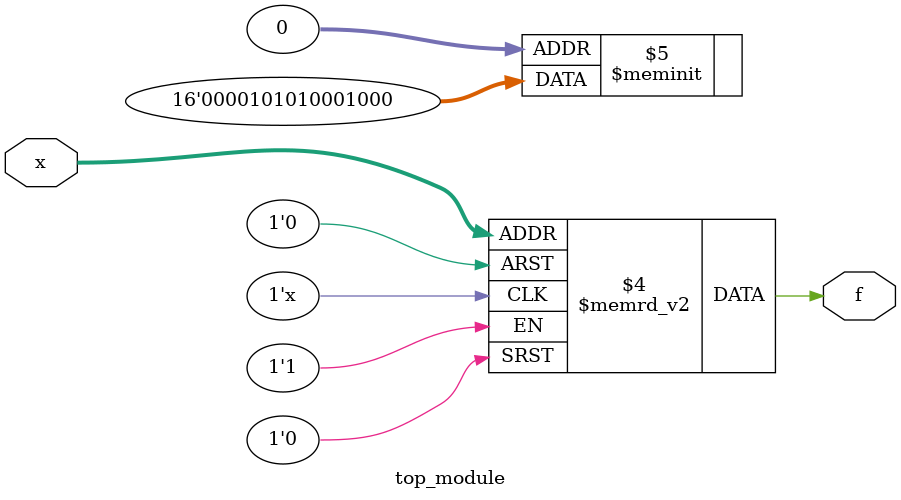
<source format=sv>
module top_module (
    input [4:1] x,
    output logic f
);

always_comb begin
    case ({x[4], x[3], x[2], x[1]})
        4'b0001: f = 1'b0;
        4'b0011: f = 1'b1;
        4'b0101: f = 1'b0;
        4'b0111: f = 1'b1;
        4'b1001: f = 1'b1;
        4'b1011: f = 1'b1;
        4'b1101: f = 1'b0;
        4'b1111: f = 1'b0;
        default: f = 1'b0; // Don't care condition
    endcase
end

endmodule

</source>
